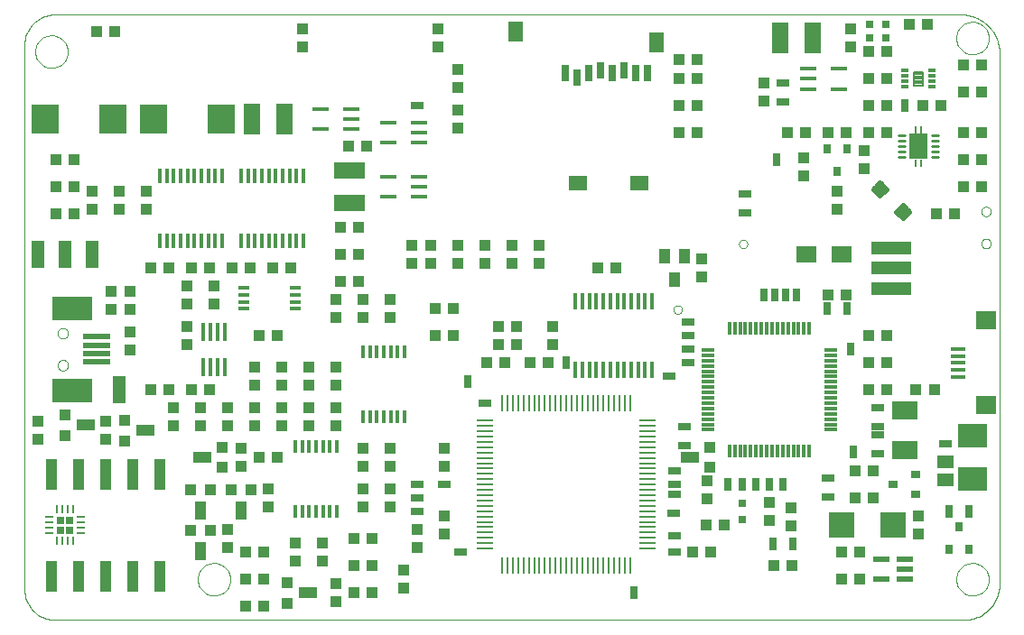
<source format=gtp>
G75*
%MOIN*%
%OFA0B0*%
%FSLAX24Y24*%
%IPPOS*%
%LPD*%
%AMOC8*
5,1,8,0,0,1.08239X$1,22.5*
%
%ADD10C,0.0000*%
%ADD11R,0.0472X0.0118*%
%ADD12R,0.0118X0.0472*%
%ADD13R,0.0984X0.0217*%
%ADD14R,0.1496X0.0906*%
%ADD15R,0.0142X0.0551*%
%ADD16R,0.0394X0.0433*%
%ADD17R,0.0433X0.0394*%
%ADD18R,0.0500X0.1000*%
%ADD19R,0.0142X0.0512*%
%ADD20R,0.0400X0.0400*%
%ADD21R,0.0400X0.0700*%
%ADD22R,0.0700X0.0400*%
%ADD23R,0.0128X0.0709*%
%ADD24R,0.0402X0.0161*%
%ADD25R,0.0394X0.1181*%
%ADD26R,0.0945X0.0945*%
%ADD27R,0.0591X0.0197*%
%ADD28R,0.0118X0.0591*%
%ADD29R,0.0591X0.0157*%
%ADD30R,0.0591X0.0512*%
%ADD31R,0.0591X0.1142*%
%ADD32R,0.1142X0.0591*%
%ADD33R,0.1004X0.1063*%
%ADD34R,0.0630X0.0106*%
%ADD35R,0.0106X0.0630*%
%ADD36R,0.0354X0.0315*%
%ADD37R,0.0315X0.0354*%
%ADD38R,0.0315X0.0472*%
%ADD39R,0.0472X0.0315*%
%ADD40R,0.0748X0.0630*%
%ADD41R,0.1100X0.0900*%
%ADD42R,0.0394X0.0551*%
%ADD43R,0.0945X0.0669*%
%ADD44R,0.0315X0.0591*%
%ADD45R,0.0709X0.0551*%
%ADD46R,0.0551X0.0748*%
%ADD47C,0.0110*%
%ADD48R,0.0650X0.0945*%
%ADD49R,0.0110X0.0276*%
%ADD50R,0.0315X0.0315*%
%ADD51R,0.0500X0.0250*%
%ADD52C,0.0154*%
%ADD53R,0.1500X0.0500*%
%ADD54R,0.0256X0.0118*%
%ADD55C,0.0083*%
%ADD56C,0.0098*%
%ADD57R,0.0276X0.0276*%
%ADD58R,0.0256X0.0098*%
%ADD59R,0.0098X0.0256*%
%ADD60R,0.0551X0.0138*%
%ADD61R,0.0748X0.0709*%
%ADD62R,0.0250X0.0500*%
D10*
X001624Y000310D02*
X035178Y000310D01*
X035249Y000312D01*
X035320Y000318D01*
X035391Y000327D01*
X035460Y000341D01*
X035530Y000358D01*
X035598Y000379D01*
X035664Y000403D01*
X035730Y000431D01*
X035793Y000463D01*
X035855Y000498D01*
X035915Y000536D01*
X035973Y000578D01*
X036029Y000623D01*
X036082Y000670D01*
X036132Y000720D01*
X036179Y000773D01*
X036224Y000829D01*
X036266Y000887D01*
X036304Y000947D01*
X036339Y001009D01*
X036371Y001072D01*
X036399Y001138D01*
X036423Y001204D01*
X036444Y001272D01*
X036461Y001342D01*
X036475Y001411D01*
X036484Y001482D01*
X036490Y001553D01*
X036492Y001624D01*
X036492Y021261D01*
X034900Y021810D02*
X034902Y021859D01*
X034908Y021907D01*
X034918Y021955D01*
X034932Y022002D01*
X034949Y022048D01*
X034970Y022092D01*
X034995Y022134D01*
X035023Y022174D01*
X035055Y022212D01*
X035089Y022247D01*
X035126Y022279D01*
X035165Y022308D01*
X035207Y022334D01*
X035251Y022356D01*
X035296Y022374D01*
X035343Y022389D01*
X035390Y022400D01*
X035439Y022407D01*
X035488Y022410D01*
X035537Y022409D01*
X035585Y022404D01*
X035634Y022395D01*
X035681Y022382D01*
X035727Y022365D01*
X035771Y022345D01*
X035814Y022321D01*
X035855Y022294D01*
X035893Y022263D01*
X035929Y022230D01*
X035961Y022194D01*
X035991Y022155D01*
X036018Y022114D01*
X036041Y022070D01*
X036060Y022025D01*
X036076Y021979D01*
X036088Y021932D01*
X036096Y021883D01*
X036100Y021834D01*
X036100Y021786D01*
X036096Y021737D01*
X036088Y021688D01*
X036076Y021641D01*
X036060Y021595D01*
X036041Y021550D01*
X036018Y021506D01*
X035991Y021465D01*
X035961Y021426D01*
X035929Y021390D01*
X035893Y021357D01*
X035855Y021326D01*
X035814Y021299D01*
X035771Y021275D01*
X035727Y021255D01*
X035681Y021238D01*
X035634Y021225D01*
X035585Y021216D01*
X035537Y021211D01*
X035488Y021210D01*
X035439Y021213D01*
X035390Y021220D01*
X035343Y021231D01*
X035296Y021246D01*
X035251Y021264D01*
X035207Y021286D01*
X035165Y021312D01*
X035126Y021341D01*
X035089Y021373D01*
X035055Y021408D01*
X035023Y021446D01*
X034995Y021486D01*
X034970Y021528D01*
X034949Y021572D01*
X034932Y021618D01*
X034918Y021665D01*
X034908Y021713D01*
X034902Y021761D01*
X034900Y021810D01*
X035073Y022680D02*
X035147Y022678D01*
X035221Y022672D01*
X035295Y022663D01*
X035368Y022649D01*
X035440Y022632D01*
X035511Y022611D01*
X035582Y022586D01*
X035650Y022557D01*
X035717Y022525D01*
X035783Y022490D01*
X035846Y022451D01*
X035907Y022409D01*
X035966Y022364D01*
X036022Y022316D01*
X036076Y022264D01*
X036128Y022210D01*
X036176Y022154D01*
X036221Y022095D01*
X036263Y022034D01*
X036302Y021971D01*
X036337Y021905D01*
X036369Y021838D01*
X036398Y021770D01*
X036423Y021699D01*
X036444Y021628D01*
X036461Y021556D01*
X036475Y021483D01*
X036484Y021409D01*
X036490Y021335D01*
X036492Y021261D01*
X035073Y022680D02*
X001617Y022680D01*
X001552Y022678D01*
X001487Y022672D01*
X001423Y022663D01*
X001359Y022650D01*
X001297Y022633D01*
X001235Y022613D01*
X001175Y022589D01*
X001116Y022561D01*
X001059Y022530D01*
X001003Y022496D01*
X000950Y022459D01*
X000899Y022419D01*
X000850Y022375D01*
X000805Y022330D01*
X000761Y022281D01*
X000721Y022230D01*
X000684Y022177D01*
X000650Y022122D01*
X000619Y022064D01*
X000591Y022005D01*
X000567Y021945D01*
X000547Y021883D01*
X000530Y021821D01*
X000517Y021757D01*
X000508Y021693D01*
X000502Y021628D01*
X000500Y021563D01*
X000500Y001434D01*
X000502Y001369D01*
X000508Y001304D01*
X000517Y001239D01*
X000530Y001175D01*
X000547Y001112D01*
X000568Y001050D01*
X000592Y000989D01*
X000620Y000930D01*
X000651Y000872D01*
X000685Y000816D01*
X000722Y000763D01*
X000763Y000712D01*
X000806Y000663D01*
X000853Y000616D01*
X000902Y000573D01*
X000953Y000532D01*
X001006Y000495D01*
X001062Y000461D01*
X001120Y000430D01*
X001179Y000402D01*
X001240Y000378D01*
X001302Y000357D01*
X001365Y000340D01*
X001429Y000327D01*
X001494Y000318D01*
X001559Y000312D01*
X001624Y000310D01*
X006900Y001810D02*
X006902Y001859D01*
X006908Y001907D01*
X006918Y001955D01*
X006932Y002002D01*
X006949Y002048D01*
X006970Y002092D01*
X006995Y002134D01*
X007023Y002174D01*
X007055Y002212D01*
X007089Y002247D01*
X007126Y002279D01*
X007165Y002308D01*
X007207Y002334D01*
X007251Y002356D01*
X007296Y002374D01*
X007343Y002389D01*
X007390Y002400D01*
X007439Y002407D01*
X007488Y002410D01*
X007537Y002409D01*
X007585Y002404D01*
X007634Y002395D01*
X007681Y002382D01*
X007727Y002365D01*
X007771Y002345D01*
X007814Y002321D01*
X007855Y002294D01*
X007893Y002263D01*
X007929Y002230D01*
X007961Y002194D01*
X007991Y002155D01*
X008018Y002114D01*
X008041Y002070D01*
X008060Y002025D01*
X008076Y001979D01*
X008088Y001932D01*
X008096Y001883D01*
X008100Y001834D01*
X008100Y001786D01*
X008096Y001737D01*
X008088Y001688D01*
X008076Y001641D01*
X008060Y001595D01*
X008041Y001550D01*
X008018Y001506D01*
X007991Y001465D01*
X007961Y001426D01*
X007929Y001390D01*
X007893Y001357D01*
X007855Y001326D01*
X007814Y001299D01*
X007771Y001275D01*
X007727Y001255D01*
X007681Y001238D01*
X007634Y001225D01*
X007585Y001216D01*
X007537Y001211D01*
X007488Y001210D01*
X007439Y001213D01*
X007390Y001220D01*
X007343Y001231D01*
X007296Y001246D01*
X007251Y001264D01*
X007207Y001286D01*
X007165Y001312D01*
X007126Y001341D01*
X007089Y001373D01*
X007055Y001408D01*
X007023Y001446D01*
X006995Y001486D01*
X006970Y001528D01*
X006949Y001572D01*
X006932Y001618D01*
X006918Y001665D01*
X006908Y001713D01*
X006902Y001761D01*
X006900Y001810D01*
X001720Y009719D02*
X001722Y009746D01*
X001728Y009773D01*
X001737Y009799D01*
X001750Y009823D01*
X001766Y009846D01*
X001785Y009865D01*
X001807Y009882D01*
X001831Y009896D01*
X001856Y009906D01*
X001883Y009913D01*
X001910Y009916D01*
X001938Y009915D01*
X001965Y009910D01*
X001991Y009902D01*
X002015Y009890D01*
X002038Y009874D01*
X002059Y009856D01*
X002076Y009835D01*
X002091Y009811D01*
X002102Y009786D01*
X002110Y009760D01*
X002114Y009733D01*
X002114Y009705D01*
X002110Y009678D01*
X002102Y009652D01*
X002091Y009627D01*
X002076Y009603D01*
X002059Y009582D01*
X002038Y009564D01*
X002016Y009548D01*
X001991Y009536D01*
X001965Y009528D01*
X001938Y009523D01*
X001910Y009522D01*
X001883Y009525D01*
X001856Y009532D01*
X001831Y009542D01*
X001807Y009556D01*
X001785Y009573D01*
X001766Y009592D01*
X001750Y009615D01*
X001737Y009639D01*
X001728Y009665D01*
X001722Y009692D01*
X001720Y009719D01*
X001720Y010901D02*
X001722Y010928D01*
X001728Y010955D01*
X001737Y010981D01*
X001750Y011005D01*
X001766Y011028D01*
X001785Y011047D01*
X001807Y011064D01*
X001831Y011078D01*
X001856Y011088D01*
X001883Y011095D01*
X001910Y011098D01*
X001938Y011097D01*
X001965Y011092D01*
X001991Y011084D01*
X002015Y011072D01*
X002038Y011056D01*
X002059Y011038D01*
X002076Y011017D01*
X002091Y010993D01*
X002102Y010968D01*
X002110Y010942D01*
X002114Y010915D01*
X002114Y010887D01*
X002110Y010860D01*
X002102Y010834D01*
X002091Y010809D01*
X002076Y010785D01*
X002059Y010764D01*
X002038Y010746D01*
X002016Y010730D01*
X001991Y010718D01*
X001965Y010710D01*
X001938Y010705D01*
X001910Y010704D01*
X001883Y010707D01*
X001856Y010714D01*
X001831Y010724D01*
X001807Y010738D01*
X001785Y010755D01*
X001766Y010774D01*
X001750Y010797D01*
X001737Y010821D01*
X001728Y010847D01*
X001722Y010874D01*
X001720Y010901D01*
X000900Y021310D02*
X000902Y021359D01*
X000908Y021407D01*
X000918Y021455D01*
X000932Y021502D01*
X000949Y021548D01*
X000970Y021592D01*
X000995Y021634D01*
X001023Y021674D01*
X001055Y021712D01*
X001089Y021747D01*
X001126Y021779D01*
X001165Y021808D01*
X001207Y021834D01*
X001251Y021856D01*
X001296Y021874D01*
X001343Y021889D01*
X001390Y021900D01*
X001439Y021907D01*
X001488Y021910D01*
X001537Y021909D01*
X001585Y021904D01*
X001634Y021895D01*
X001681Y021882D01*
X001727Y021865D01*
X001771Y021845D01*
X001814Y021821D01*
X001855Y021794D01*
X001893Y021763D01*
X001929Y021730D01*
X001961Y021694D01*
X001991Y021655D01*
X002018Y021614D01*
X002041Y021570D01*
X002060Y021525D01*
X002076Y021479D01*
X002088Y021432D01*
X002096Y021383D01*
X002100Y021334D01*
X002100Y021286D01*
X002096Y021237D01*
X002088Y021188D01*
X002076Y021141D01*
X002060Y021095D01*
X002041Y021050D01*
X002018Y021006D01*
X001991Y020965D01*
X001961Y020926D01*
X001929Y020890D01*
X001893Y020857D01*
X001855Y020826D01*
X001814Y020799D01*
X001771Y020775D01*
X001727Y020755D01*
X001681Y020738D01*
X001634Y020725D01*
X001585Y020716D01*
X001537Y020711D01*
X001488Y020710D01*
X001439Y020713D01*
X001390Y020720D01*
X001343Y020731D01*
X001296Y020746D01*
X001251Y020764D01*
X001207Y020786D01*
X001165Y020812D01*
X001126Y020841D01*
X001089Y020873D01*
X001055Y020908D01*
X001023Y020946D01*
X000995Y020986D01*
X000970Y021028D01*
X000949Y021072D01*
X000932Y021118D01*
X000918Y021165D01*
X000908Y021213D01*
X000902Y021261D01*
X000900Y021310D01*
X024457Y011776D02*
X024459Y011801D01*
X024465Y011825D01*
X024474Y011847D01*
X024487Y011868D01*
X024503Y011887D01*
X024522Y011903D01*
X024543Y011916D01*
X024565Y011925D01*
X024589Y011931D01*
X024614Y011933D01*
X024639Y011931D01*
X024663Y011925D01*
X024685Y011916D01*
X024706Y011903D01*
X024725Y011887D01*
X024741Y011868D01*
X024754Y011847D01*
X024763Y011825D01*
X024769Y011801D01*
X024771Y011776D01*
X024769Y011751D01*
X024763Y011727D01*
X024754Y011705D01*
X024741Y011684D01*
X024725Y011665D01*
X024706Y011649D01*
X024685Y011636D01*
X024663Y011627D01*
X024639Y011621D01*
X024614Y011619D01*
X024589Y011621D01*
X024565Y011627D01*
X024543Y011636D01*
X024522Y011649D01*
X024503Y011665D01*
X024487Y011684D01*
X024474Y011705D01*
X024465Y011727D01*
X024459Y011751D01*
X024457Y011776D01*
X026877Y014196D02*
X026879Y014221D01*
X026885Y014245D01*
X026894Y014267D01*
X026907Y014288D01*
X026923Y014307D01*
X026942Y014323D01*
X026963Y014336D01*
X026985Y014345D01*
X027009Y014351D01*
X027034Y014353D01*
X027059Y014351D01*
X027083Y014345D01*
X027105Y014336D01*
X027126Y014323D01*
X027145Y014307D01*
X027161Y014288D01*
X027174Y014267D01*
X027183Y014245D01*
X027189Y014221D01*
X027191Y014196D01*
X027189Y014171D01*
X027183Y014147D01*
X027174Y014125D01*
X027161Y014104D01*
X027145Y014085D01*
X027126Y014069D01*
X027105Y014056D01*
X027083Y014047D01*
X027059Y014041D01*
X027034Y014039D01*
X027009Y014041D01*
X026985Y014047D01*
X026963Y014056D01*
X026942Y014069D01*
X026923Y014085D01*
X026907Y014104D01*
X026894Y014125D01*
X026885Y014147D01*
X026879Y014171D01*
X026877Y014196D01*
X035823Y014219D02*
X035825Y014245D01*
X035831Y014271D01*
X035841Y014296D01*
X035854Y014319D01*
X035870Y014339D01*
X035890Y014357D01*
X035912Y014372D01*
X035935Y014384D01*
X035961Y014392D01*
X035987Y014396D01*
X036013Y014396D01*
X036039Y014392D01*
X036065Y014384D01*
X036089Y014372D01*
X036110Y014357D01*
X036130Y014339D01*
X036146Y014319D01*
X036159Y014296D01*
X036169Y014271D01*
X036175Y014245D01*
X036177Y014219D01*
X036175Y014193D01*
X036169Y014167D01*
X036159Y014142D01*
X036146Y014119D01*
X036130Y014099D01*
X036110Y014081D01*
X036088Y014066D01*
X036065Y014054D01*
X036039Y014046D01*
X036013Y014042D01*
X035987Y014042D01*
X035961Y014046D01*
X035935Y014054D01*
X035911Y014066D01*
X035890Y014081D01*
X035870Y014099D01*
X035854Y014119D01*
X035841Y014142D01*
X035831Y014167D01*
X035825Y014193D01*
X035823Y014219D01*
X035823Y015401D02*
X035825Y015427D01*
X035831Y015453D01*
X035841Y015478D01*
X035854Y015501D01*
X035870Y015521D01*
X035890Y015539D01*
X035912Y015554D01*
X035935Y015566D01*
X035961Y015574D01*
X035987Y015578D01*
X036013Y015578D01*
X036039Y015574D01*
X036065Y015566D01*
X036089Y015554D01*
X036110Y015539D01*
X036130Y015521D01*
X036146Y015501D01*
X036159Y015478D01*
X036169Y015453D01*
X036175Y015427D01*
X036177Y015401D01*
X036175Y015375D01*
X036169Y015349D01*
X036159Y015324D01*
X036146Y015301D01*
X036130Y015281D01*
X036110Y015263D01*
X036088Y015248D01*
X036065Y015236D01*
X036039Y015228D01*
X036013Y015224D01*
X035987Y015224D01*
X035961Y015228D01*
X035935Y015236D01*
X035911Y015248D01*
X035890Y015263D01*
X035870Y015281D01*
X035854Y015301D01*
X035841Y015324D01*
X035831Y015349D01*
X035825Y015375D01*
X035823Y015401D01*
X034900Y001810D02*
X034902Y001859D01*
X034908Y001907D01*
X034918Y001955D01*
X034932Y002002D01*
X034949Y002048D01*
X034970Y002092D01*
X034995Y002134D01*
X035023Y002174D01*
X035055Y002212D01*
X035089Y002247D01*
X035126Y002279D01*
X035165Y002308D01*
X035207Y002334D01*
X035251Y002356D01*
X035296Y002374D01*
X035343Y002389D01*
X035390Y002400D01*
X035439Y002407D01*
X035488Y002410D01*
X035537Y002409D01*
X035585Y002404D01*
X035634Y002395D01*
X035681Y002382D01*
X035727Y002365D01*
X035771Y002345D01*
X035814Y002321D01*
X035855Y002294D01*
X035893Y002263D01*
X035929Y002230D01*
X035961Y002194D01*
X035991Y002155D01*
X036018Y002114D01*
X036041Y002070D01*
X036060Y002025D01*
X036076Y001979D01*
X036088Y001932D01*
X036096Y001883D01*
X036100Y001834D01*
X036100Y001786D01*
X036096Y001737D01*
X036088Y001688D01*
X036076Y001641D01*
X036060Y001595D01*
X036041Y001550D01*
X036018Y001506D01*
X035991Y001465D01*
X035961Y001426D01*
X035929Y001390D01*
X035893Y001357D01*
X035855Y001326D01*
X035814Y001299D01*
X035771Y001275D01*
X035727Y001255D01*
X035681Y001238D01*
X035634Y001225D01*
X035585Y001216D01*
X035537Y001211D01*
X035488Y001210D01*
X035439Y001213D01*
X035390Y001220D01*
X035343Y001231D01*
X035296Y001246D01*
X035251Y001264D01*
X035207Y001286D01*
X035165Y001312D01*
X035126Y001341D01*
X035089Y001373D01*
X035055Y001408D01*
X035023Y001446D01*
X034995Y001486D01*
X034970Y001528D01*
X034949Y001572D01*
X034932Y001618D01*
X034918Y001665D01*
X034908Y001713D01*
X034902Y001761D01*
X034900Y001810D01*
D11*
X030264Y007334D03*
X030264Y007530D03*
X030264Y007727D03*
X030264Y007924D03*
X030264Y008121D03*
X030264Y008318D03*
X030264Y008515D03*
X030264Y008712D03*
X030264Y008908D03*
X030264Y009105D03*
X030264Y009302D03*
X030264Y009499D03*
X030264Y009696D03*
X030264Y009893D03*
X030264Y010090D03*
X030264Y010286D03*
X025736Y010286D03*
X025736Y010090D03*
X025736Y009893D03*
X025736Y009696D03*
X025736Y009499D03*
X025736Y009302D03*
X025736Y009105D03*
X025736Y008908D03*
X025736Y008712D03*
X025736Y008515D03*
X025736Y008318D03*
X025736Y008121D03*
X025736Y007924D03*
X025736Y007727D03*
X025736Y007530D03*
X025736Y007334D03*
D12*
X026524Y006546D03*
X026720Y006546D03*
X026917Y006546D03*
X027114Y006546D03*
X027311Y006546D03*
X027508Y006546D03*
X027705Y006546D03*
X027902Y006546D03*
X028098Y006546D03*
X028295Y006546D03*
X028492Y006546D03*
X028689Y006546D03*
X028886Y006546D03*
X029083Y006546D03*
X029280Y006546D03*
X029476Y006546D03*
X029476Y011074D03*
X029280Y011074D03*
X029083Y011074D03*
X028886Y011074D03*
X028689Y011074D03*
X028492Y011074D03*
X028295Y011074D03*
X028098Y011074D03*
X027902Y011074D03*
X027705Y011074D03*
X027508Y011074D03*
X027311Y011074D03*
X027114Y011074D03*
X026917Y011074D03*
X026720Y011074D03*
X026524Y011074D03*
D13*
X003157Y010782D03*
X003157Y010467D03*
X003157Y010153D03*
X003157Y009838D03*
D14*
X002252Y008794D03*
X002252Y011826D03*
D15*
X005500Y014310D03*
X005756Y014310D03*
X006012Y014310D03*
X006268Y014310D03*
X006524Y014310D03*
X006780Y014310D03*
X007035Y014310D03*
X007291Y014310D03*
X007547Y014310D03*
X007803Y014310D03*
X008500Y014310D03*
X008756Y014310D03*
X009012Y014310D03*
X009268Y014310D03*
X009524Y014310D03*
X009780Y014310D03*
X010035Y014310D03*
X010291Y014310D03*
X010547Y014310D03*
X010803Y014310D03*
X010803Y016710D03*
X010547Y016710D03*
X010291Y016710D03*
X010035Y016710D03*
X009780Y016710D03*
X009524Y016710D03*
X009268Y016710D03*
X009012Y016710D03*
X008756Y016710D03*
X008500Y016710D03*
X007803Y016710D03*
X007547Y016710D03*
X007291Y016710D03*
X007035Y016710D03*
X006780Y016710D03*
X006524Y016710D03*
X006268Y016710D03*
X006012Y016710D03*
X005756Y016710D03*
X005500Y016710D03*
D16*
X002335Y016310D03*
X001665Y016310D03*
X001665Y015310D03*
X002335Y015310D03*
X002335Y017310D03*
X001665Y017310D03*
X005165Y013310D03*
X005835Y013310D03*
X006665Y013310D03*
X007335Y013310D03*
X008165Y013310D03*
X008835Y013310D03*
X009665Y013310D03*
X010335Y013310D03*
X012165Y012810D03*
X012835Y012810D03*
X012835Y013810D03*
X012165Y013810D03*
X012165Y014810D03*
X012835Y014810D03*
X013135Y017810D03*
X012465Y017810D03*
X003835Y022060D03*
X003165Y022060D03*
X015665Y011810D03*
X016335Y011810D03*
X016335Y010810D03*
X015665Y010810D03*
X017565Y009810D03*
X018235Y009810D03*
X019165Y009810D03*
X019835Y009810D03*
X021665Y013310D03*
X022335Y013310D03*
X024665Y018310D03*
X025335Y018310D03*
X025335Y019310D03*
X024665Y019310D03*
X024665Y020310D03*
X025335Y020310D03*
X025335Y021010D03*
X024665Y021010D03*
X030165Y018310D03*
X030835Y018310D03*
X031665Y019310D03*
X032335Y019310D03*
X033665Y019310D03*
X034335Y019310D03*
X035165Y018310D03*
X035835Y018310D03*
X035835Y017310D03*
X035165Y017310D03*
X032335Y020310D03*
X031665Y020310D03*
X031000Y021475D03*
X031000Y022145D03*
X035165Y020810D03*
X035835Y020810D03*
X032335Y010810D03*
X031665Y010810D03*
X031665Y009810D03*
X032335Y009810D03*
X032335Y008810D03*
X031665Y008810D03*
X033415Y008810D03*
X034085Y008810D03*
X031835Y005810D03*
X031165Y005810D03*
X031165Y004810D03*
X031835Y004810D03*
X031335Y002810D03*
X030665Y002810D03*
X030665Y001810D03*
X031335Y001810D03*
X028835Y002310D03*
X028165Y002310D03*
X025835Y002810D03*
X025165Y002810D03*
X025665Y003810D03*
X026335Y003810D03*
X013335Y003310D03*
X012665Y003310D03*
X012665Y002310D03*
X013335Y002310D03*
X013335Y001310D03*
X012665Y001310D03*
X009335Y000810D03*
X008665Y000810D03*
X008665Y001810D03*
X009335Y001810D03*
X009335Y002810D03*
X008665Y002810D03*
X009165Y006310D03*
X009835Y006310D03*
X007335Y008810D03*
X006665Y008810D03*
X005835Y008810D03*
X005165Y008810D03*
X009165Y010810D03*
X009835Y010810D03*
D17*
X010000Y009645D03*
X011000Y009645D03*
X011000Y008975D03*
X010000Y008975D03*
X009000Y008975D03*
X009000Y009645D03*
X009000Y008145D03*
X009000Y007475D03*
X008500Y006645D03*
X008500Y005975D03*
X009500Y005145D03*
X009500Y004475D03*
X008000Y003645D03*
X008000Y002975D03*
X010500Y003145D03*
X011500Y003145D03*
X011500Y002475D03*
X010500Y002475D03*
X012000Y001645D03*
X012000Y000975D03*
X014500Y001475D03*
X014500Y002145D03*
X015000Y002975D03*
X016000Y003475D03*
X015000Y003645D03*
X016000Y004145D03*
X014000Y004475D03*
X014000Y005145D03*
X013000Y005145D03*
X013000Y004475D03*
X013000Y005975D03*
X013000Y006645D03*
X014000Y006645D03*
X014000Y005975D03*
X016000Y005975D03*
X016000Y006645D03*
X012000Y007475D03*
X012000Y008145D03*
X011000Y008145D03*
X010000Y008145D03*
X010000Y007475D03*
X011000Y007475D03*
X012000Y008975D03*
X012000Y009645D03*
X012000Y011475D03*
X013000Y011475D03*
X013000Y012145D03*
X012000Y012145D03*
X014000Y012145D03*
X014000Y011475D03*
X014800Y013475D03*
X015500Y013475D03*
X016500Y013475D03*
X016500Y014145D03*
X015500Y014145D03*
X014800Y014145D03*
X017500Y014145D03*
X017500Y013475D03*
X018500Y013475D03*
X019500Y013475D03*
X019500Y014145D03*
X018500Y014145D03*
X018650Y011145D03*
X018000Y011145D03*
X018000Y010475D03*
X018650Y010475D03*
X020000Y010475D03*
X020000Y011145D03*
X025500Y012975D03*
X025500Y013645D03*
X030165Y012310D03*
X030835Y012310D03*
X030500Y015475D03*
X030500Y016145D03*
X029250Y016725D03*
X029250Y017395D03*
X029335Y018310D03*
X028665Y018310D03*
X027800Y019475D03*
X027800Y020145D03*
X031665Y021310D03*
X032335Y021310D03*
X033165Y022310D03*
X033835Y022310D03*
X035165Y019810D03*
X035835Y019810D03*
X032335Y018310D03*
X031665Y018310D03*
X031500Y017645D03*
X031500Y016975D03*
X034165Y015310D03*
X034835Y015310D03*
X035165Y016310D03*
X035835Y016310D03*
X025700Y005445D03*
X025700Y004775D03*
X028000Y004645D03*
X028800Y004445D03*
X028800Y003775D03*
X028000Y003975D03*
X033500Y004145D03*
X033500Y003475D03*
X016500Y018475D03*
X016500Y019145D03*
X016500Y019975D03*
X016500Y020645D03*
X015750Y021475D03*
X015750Y022145D03*
X010750Y022145D03*
X010750Y021475D03*
X005000Y016145D03*
X005000Y015475D03*
X004000Y015475D03*
X004000Y016145D03*
X003000Y016145D03*
X003000Y015475D03*
X003700Y012445D03*
X004400Y012445D03*
X004400Y011775D03*
X003700Y011775D03*
X004400Y010945D03*
X004400Y010275D03*
X006500Y010475D03*
X006500Y011145D03*
X006500Y011975D03*
X006500Y012645D03*
X007500Y012645D03*
X007500Y011975D03*
X007000Y008145D03*
X008000Y008145D03*
X008000Y007475D03*
X007000Y007475D03*
X006000Y007475D03*
X006000Y008145D03*
X003500Y007645D03*
X003500Y006975D03*
X001000Y006975D03*
X001000Y007645D03*
D18*
X004000Y008810D03*
X003000Y013810D03*
X002000Y013810D03*
X001000Y013810D03*
D19*
X010500Y006710D03*
X010756Y006710D03*
X011012Y006710D03*
X011268Y006710D03*
X011524Y006710D03*
X011780Y006710D03*
X012035Y006710D03*
X013000Y007810D03*
X013256Y007810D03*
X013512Y007810D03*
X013768Y007810D03*
X014024Y007810D03*
X014280Y007810D03*
X014535Y007810D03*
X014535Y010210D03*
X014280Y010210D03*
X014024Y010210D03*
X013768Y010210D03*
X013512Y010210D03*
X013256Y010210D03*
X013000Y010210D03*
X012035Y004310D03*
X011780Y004310D03*
X011524Y004310D03*
X011268Y004310D03*
X011012Y004310D03*
X010756Y004310D03*
X010500Y004310D03*
D20*
X008870Y005110D03*
X008120Y005110D03*
X007370Y005110D03*
X006620Y005110D03*
X007800Y005940D03*
X007800Y006690D03*
X004200Y006930D03*
X004200Y007680D03*
X002000Y007880D03*
X002000Y007130D03*
X006620Y003610D03*
X007370Y003610D03*
X010200Y001680D03*
X010200Y000930D03*
X025800Y005940D03*
X025800Y006690D03*
D21*
X008495Y004360D03*
X006995Y004360D03*
X006995Y002860D03*
D22*
X010950Y001305D03*
X007050Y006315D03*
X004950Y007305D03*
X002750Y007505D03*
X025050Y006315D03*
D23*
X007884Y009660D03*
X007628Y009660D03*
X007372Y009660D03*
X007116Y009660D03*
X007116Y010960D03*
X007372Y010960D03*
X007628Y010960D03*
X007884Y010960D03*
D24*
X008610Y011810D03*
X008610Y012066D03*
X008610Y012322D03*
X008610Y012578D03*
X010500Y012578D03*
X010500Y012322D03*
X010500Y012066D03*
X010500Y011810D03*
D25*
X005500Y005692D03*
X004500Y005692D03*
X003500Y005692D03*
X002500Y005692D03*
X001500Y005692D03*
X001500Y001928D03*
X002500Y001928D03*
X003500Y001928D03*
X004500Y001928D03*
X005500Y001928D03*
D26*
X030650Y003810D03*
X032579Y003810D03*
D27*
X033000Y002558D03*
X033000Y002184D03*
X033000Y001810D03*
X032134Y001810D03*
X032134Y002558D03*
D28*
X023663Y009550D03*
X023407Y009550D03*
X023152Y009550D03*
X022896Y009550D03*
X022640Y009550D03*
X022384Y009550D03*
X022128Y009550D03*
X021872Y009550D03*
X021616Y009550D03*
X021360Y009550D03*
X021104Y009550D03*
X020848Y009550D03*
X020848Y012070D03*
X021104Y012070D03*
X021360Y012070D03*
X021616Y012070D03*
X021872Y012070D03*
X022128Y012070D03*
X022384Y012070D03*
X022640Y012070D03*
X022896Y012070D03*
X023152Y012070D03*
X023407Y012070D03*
X023663Y012070D03*
D29*
X015060Y015940D03*
X015060Y016314D03*
X015060Y016688D03*
X013938Y016688D03*
X013938Y015940D03*
X013938Y017940D03*
X013938Y018688D03*
X015060Y018688D03*
X015060Y018314D03*
X015060Y017940D03*
X012560Y018440D03*
X012560Y018814D03*
X012560Y019188D03*
X011438Y019188D03*
X011438Y018440D03*
X029440Y019932D03*
X029440Y020306D03*
X029440Y020680D03*
X030562Y020680D03*
X030562Y019932D03*
D30*
X034500Y006145D03*
X034500Y005475D03*
D31*
X010091Y018810D03*
X008909Y018810D03*
X028409Y021810D03*
X029591Y021810D03*
D32*
X012500Y016901D03*
X012500Y015719D03*
D33*
X007750Y018810D03*
X005250Y018810D03*
X003750Y018810D03*
X001250Y018810D03*
D34*
X017508Y007672D03*
X017508Y007475D03*
X017508Y007279D03*
X017508Y007082D03*
X017508Y006885D03*
X017508Y006688D03*
X017508Y006491D03*
X017508Y006294D03*
X017508Y006097D03*
X017508Y005901D03*
X017508Y005704D03*
X017508Y005507D03*
X017508Y005310D03*
X017508Y005113D03*
X017508Y004916D03*
X017508Y004719D03*
X017508Y004523D03*
X017508Y004326D03*
X017508Y004129D03*
X017508Y003932D03*
X017508Y003735D03*
X017508Y003538D03*
X017508Y003341D03*
X017508Y003145D03*
X017508Y002948D03*
X023492Y002948D03*
X023492Y003145D03*
X023492Y003341D03*
X023492Y003538D03*
X023492Y003735D03*
X023492Y003932D03*
X023492Y004129D03*
X023492Y004326D03*
X023492Y004523D03*
X023492Y004719D03*
X023492Y004916D03*
X023492Y005113D03*
X023492Y005310D03*
X023492Y005507D03*
X023492Y005704D03*
X023492Y005901D03*
X023492Y006097D03*
X023492Y006294D03*
X023492Y006491D03*
X023492Y006688D03*
X023492Y006885D03*
X023492Y007082D03*
X023492Y007279D03*
X023492Y007475D03*
X023492Y007672D03*
D35*
X022862Y008302D03*
X022665Y008302D03*
X022469Y008302D03*
X022272Y008302D03*
X022075Y008302D03*
X021878Y008302D03*
X021681Y008302D03*
X021484Y008302D03*
X021287Y008302D03*
X021091Y008302D03*
X020894Y008302D03*
X020697Y008302D03*
X020500Y008302D03*
X020303Y008302D03*
X020106Y008302D03*
X019909Y008302D03*
X019713Y008302D03*
X019516Y008302D03*
X019319Y008302D03*
X019122Y008302D03*
X018925Y008302D03*
X018728Y008302D03*
X018531Y008302D03*
X018335Y008302D03*
X018138Y008302D03*
X018138Y002318D03*
X018335Y002318D03*
X018531Y002318D03*
X018728Y002318D03*
X018925Y002318D03*
X019122Y002318D03*
X019319Y002318D03*
X019516Y002318D03*
X019713Y002318D03*
X019909Y002318D03*
X020106Y002318D03*
X020303Y002318D03*
X020500Y002318D03*
X020697Y002318D03*
X020894Y002318D03*
X021091Y002318D03*
X021287Y002318D03*
X021484Y002318D03*
X021681Y002318D03*
X021878Y002318D03*
X022075Y002318D03*
X022272Y002318D03*
X022469Y002318D03*
X022665Y002318D03*
X022862Y002318D03*
D36*
X032567Y005310D03*
X033394Y005684D03*
X033394Y004936D03*
D37*
X035000Y003743D03*
X034626Y002916D03*
X035374Y002916D03*
X030500Y016877D03*
X030126Y017704D03*
X030874Y017704D03*
D38*
X030854Y011810D03*
X030146Y011810D03*
X034646Y004310D03*
X035354Y004310D03*
X028854Y003110D03*
X028146Y003110D03*
D39*
X030150Y004856D03*
X030150Y005564D03*
X032000Y006456D03*
X032000Y007164D03*
X032000Y007456D03*
X032000Y008164D03*
X024850Y007464D03*
X024850Y006756D03*
X027100Y015356D03*
X027100Y016064D03*
X028500Y019456D03*
X028500Y020164D03*
D40*
X029350Y013810D03*
X030650Y013810D03*
D41*
X035500Y007116D03*
X035500Y005504D03*
D42*
X024500Y012877D03*
X024126Y013743D03*
X024874Y013743D03*
D43*
X033000Y008038D03*
X033000Y006582D03*
D44*
X020913Y020365D03*
X020480Y020523D03*
X021346Y020523D03*
X021780Y020601D03*
X022213Y020523D03*
X022646Y020601D03*
X023079Y020523D03*
X023512Y020523D03*
D45*
X023193Y016467D03*
X020949Y016467D03*
D46*
X023823Y021645D03*
X018646Y022038D03*
D47*
X032780Y018204D02*
X033004Y018204D01*
X033004Y018007D02*
X032780Y018007D01*
X032780Y017810D02*
X033004Y017810D01*
X033004Y017613D02*
X032780Y017613D01*
X032780Y017416D02*
X033004Y017416D01*
X033996Y017416D02*
X034220Y017416D01*
X034220Y017613D02*
X033996Y017613D01*
X033996Y017810D02*
X034220Y017810D01*
X034220Y018007D02*
X033996Y018007D01*
X033996Y018204D02*
X034220Y018204D01*
D48*
X033500Y017810D03*
D49*
X033402Y017200D03*
X033598Y017200D03*
X033598Y018420D03*
X033402Y018420D03*
D50*
X032295Y021810D03*
X031705Y021810D03*
X031705Y022310D03*
X032295Y022310D03*
X027000Y004605D03*
X027000Y004015D03*
D51*
X024450Y004260D03*
X024500Y004960D03*
X024500Y005310D03*
X024500Y005810D03*
X024500Y003410D03*
X024500Y002810D03*
X016600Y002810D03*
X015000Y004310D03*
X015000Y004810D03*
X015000Y005310D03*
X016000Y005310D03*
X017500Y008310D03*
X024300Y009310D03*
X025000Y009810D03*
X025000Y010310D03*
X025000Y010810D03*
X025000Y011310D03*
X034500Y006810D03*
X015000Y019310D03*
D52*
X032082Y016481D02*
X032335Y016228D01*
X032082Y015975D01*
X031829Y016228D01*
X032082Y016481D01*
X032235Y016128D02*
X031929Y016128D01*
X031882Y016281D02*
X032282Y016281D01*
X032129Y016434D02*
X032035Y016434D01*
X033171Y015392D02*
X032918Y015139D01*
X032665Y015392D01*
X032918Y015645D01*
X033171Y015392D01*
X033071Y015292D02*
X032765Y015292D01*
X032718Y015445D02*
X033118Y015445D01*
X032965Y015598D02*
X032871Y015598D01*
D53*
X032500Y014060D03*
X032500Y013310D03*
X032500Y012560D03*
D54*
X033008Y020015D03*
X033008Y020212D03*
X033008Y020408D03*
X033008Y020605D03*
X033992Y020605D03*
X033992Y020408D03*
X033992Y020212D03*
X033992Y020015D03*
D55*
X033665Y020066D02*
X033335Y020066D01*
X033335Y020554D01*
X033665Y020554D01*
X033665Y020066D01*
X033665Y020148D02*
X033335Y020148D01*
X033335Y020230D02*
X033665Y020230D01*
X033665Y020312D02*
X033335Y020312D01*
X033335Y020394D02*
X033665Y020394D01*
X033665Y020476D02*
X033335Y020476D01*
D56*
X002472Y004105D03*
X002472Y003908D03*
X002472Y003712D03*
X002472Y003515D03*
X002295Y003338D03*
X002098Y003338D03*
X001902Y003338D03*
X001705Y003338D03*
X001528Y003515D03*
X001528Y003712D03*
X001528Y003908D03*
X001528Y004105D03*
X001705Y004282D03*
X001902Y004282D03*
X002098Y004282D03*
X002295Y004282D03*
D57*
X002177Y003987D03*
X001823Y003987D03*
X001823Y003633D03*
X002177Y003633D03*
D58*
X002600Y003712D03*
X002600Y003908D03*
X002600Y004105D03*
X002600Y003515D03*
X001400Y003515D03*
X001400Y003712D03*
X001400Y003908D03*
X001400Y004105D03*
D59*
X001705Y004410D03*
X001902Y004410D03*
X002098Y004410D03*
X002295Y004410D03*
X002295Y003210D03*
X002098Y003210D03*
X001902Y003210D03*
X001705Y003210D03*
D60*
X034957Y009298D03*
X034957Y009554D03*
X034957Y009810D03*
X034957Y010066D03*
X034957Y010322D03*
D61*
X036000Y011385D03*
X036000Y008235D03*
D62*
X031100Y006510D03*
X028500Y005310D03*
X028000Y005310D03*
X027500Y005310D03*
X027000Y005310D03*
X026450Y005310D03*
X023000Y001310D03*
X016850Y009110D03*
X020500Y009810D03*
X027800Y012310D03*
X028200Y012310D03*
X028600Y012310D03*
X029000Y012310D03*
X031000Y010310D03*
X028250Y017310D03*
X033000Y019310D03*
M02*

</source>
